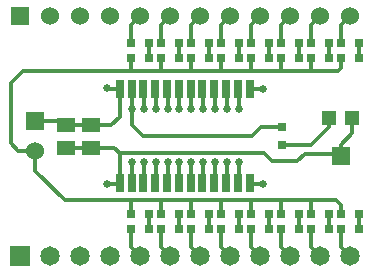
<source format=gtl>
G04 (created by PCBNEW (2013-01-19 BZR 3914)-testing) date Mon 21 Jan 2013 12:09:15 PM CET*
%MOIN*%
G04 Gerber Fmt 3.4, Leading zero omitted, Abs format*
%FSLAX34Y34*%
G01*
G70*
G90*
G04 APERTURE LIST*
%ADD10C,2.3622e-06*%
%ADD11R,0.06X0.06*%
%ADD12C,0.06*%
%ADD13R,0.059X0.0511*%
%ADD14R,0.065X0.065*%
%ADD15C,0.065*%
%ADD16R,0.0472X0.0472*%
%ADD17R,0.063X0.0591*%
%ADD18R,0.0256X0.063*%
%ADD19R,0.0314X0.0314*%
%ADD20C,0.025*%
%ADD21C,0.012*%
%ADD22C,0.016*%
G04 APERTURE END LIST*
G54D10*
G54D11*
X56025Y-44500D03*
G54D12*
X56025Y-45500D03*
G54D13*
X57875Y-44651D03*
X57875Y-45399D03*
G54D14*
X55500Y-49000D03*
G54D15*
X56500Y-49000D03*
X57500Y-49000D03*
X58500Y-49000D03*
X59500Y-49000D03*
X60500Y-49000D03*
X61500Y-49000D03*
X62500Y-49000D03*
X63500Y-49000D03*
X64500Y-49000D03*
X65500Y-49000D03*
X66500Y-49000D03*
G54D16*
X66594Y-44391D03*
X65806Y-44391D03*
G54D17*
X66200Y-45671D03*
G54D18*
X58835Y-46575D03*
X59228Y-46575D03*
X59622Y-46575D03*
X60016Y-46575D03*
X60409Y-46575D03*
X60803Y-46575D03*
X61197Y-46575D03*
X61591Y-46575D03*
X61984Y-46575D03*
X62378Y-46575D03*
X62772Y-46575D03*
X63165Y-46575D03*
X63165Y-43425D03*
X62772Y-43425D03*
X62378Y-43425D03*
X61984Y-43425D03*
X61591Y-43425D03*
X61197Y-43425D03*
X60803Y-43425D03*
X60409Y-43425D03*
X60016Y-43425D03*
X59622Y-43425D03*
X59228Y-43425D03*
X58835Y-43425D03*
G54D13*
X57050Y-44651D03*
X57050Y-45399D03*
G54D11*
X55500Y-41000D03*
G54D12*
X56500Y-41000D03*
X57500Y-41000D03*
X58500Y-41000D03*
X59500Y-41000D03*
X60500Y-41000D03*
X61500Y-41000D03*
X62500Y-41000D03*
X63500Y-41000D03*
X64500Y-41000D03*
X65500Y-41000D03*
X66500Y-41000D03*
G54D19*
X64795Y-48100D03*
X64205Y-48100D03*
X63795Y-48100D03*
X63205Y-48100D03*
X65795Y-48100D03*
X65205Y-48100D03*
X62795Y-48100D03*
X62205Y-48100D03*
X61795Y-48100D03*
X61205Y-48100D03*
X60795Y-48100D03*
X60205Y-48100D03*
X59795Y-48100D03*
X59205Y-48100D03*
X66795Y-48100D03*
X66205Y-48100D03*
X66795Y-41900D03*
X66205Y-41900D03*
X65795Y-41900D03*
X65205Y-41900D03*
X64795Y-41900D03*
X64205Y-41900D03*
X63795Y-41900D03*
X63205Y-41900D03*
X60795Y-41900D03*
X60205Y-41900D03*
X59795Y-41900D03*
X59205Y-41900D03*
X62795Y-41900D03*
X62205Y-41900D03*
X61795Y-41900D03*
X61205Y-41900D03*
X59205Y-42400D03*
X59795Y-42400D03*
X60205Y-42400D03*
X60795Y-42400D03*
X66205Y-42400D03*
X66795Y-42400D03*
X64250Y-44705D03*
X64250Y-45295D03*
X65205Y-42400D03*
X65795Y-42400D03*
X63205Y-42400D03*
X63795Y-42400D03*
X64205Y-42400D03*
X64795Y-42400D03*
X62205Y-42400D03*
X62795Y-42400D03*
X61205Y-42400D03*
X61795Y-42400D03*
X66205Y-47600D03*
X66795Y-47600D03*
X65205Y-47600D03*
X65795Y-47600D03*
X64205Y-47600D03*
X64795Y-47600D03*
X63205Y-47600D03*
X63795Y-47600D03*
X61205Y-47600D03*
X61795Y-47600D03*
X62205Y-47600D03*
X62795Y-47600D03*
X60205Y-47600D03*
X60795Y-47600D03*
X59205Y-47600D03*
X59795Y-47600D03*
G54D20*
X59645Y-45866D03*
X60039Y-44094D03*
X60039Y-45866D03*
X60433Y-45866D03*
X60826Y-45866D03*
X62401Y-44094D03*
X62007Y-44094D03*
X61614Y-44094D03*
X61220Y-44094D03*
X60826Y-44094D03*
X60433Y-44094D03*
X61220Y-45866D03*
X61614Y-45866D03*
X62007Y-45866D03*
X62401Y-45866D03*
X62795Y-45866D03*
X63622Y-46614D03*
X63600Y-43450D03*
X62795Y-44094D03*
X59251Y-44094D03*
X59251Y-45866D03*
X59645Y-44094D03*
X58425Y-46614D03*
X58400Y-43400D03*
G54D21*
X59622Y-46575D02*
X59645Y-46551D01*
X59645Y-46551D02*
X59645Y-45866D01*
X60016Y-43425D02*
X60039Y-43448D01*
X60039Y-43448D02*
X60039Y-44094D01*
X60016Y-46575D02*
X60039Y-46551D01*
X60039Y-46551D02*
X60039Y-45866D01*
X60409Y-46575D02*
X60433Y-46550D01*
X60433Y-46550D02*
X60433Y-45866D01*
X59205Y-48100D02*
X59205Y-48705D01*
X59205Y-48705D02*
X59500Y-49000D01*
X60803Y-46575D02*
X60826Y-46551D01*
X60826Y-46551D02*
X60826Y-45866D01*
X60205Y-48100D02*
X60205Y-48705D01*
X60205Y-48705D02*
X60500Y-49000D01*
X62378Y-43425D02*
X62401Y-43448D01*
X62401Y-43448D02*
X62401Y-44094D01*
X64205Y-41900D02*
X64205Y-41295D01*
X64205Y-41295D02*
X64500Y-41000D01*
X61984Y-43425D02*
X62007Y-43448D01*
X62007Y-43448D02*
X62007Y-44094D01*
X63205Y-41900D02*
X63205Y-41295D01*
X63205Y-41295D02*
X63500Y-41000D01*
X61591Y-43425D02*
X61614Y-43448D01*
X61614Y-43448D02*
X61614Y-44094D01*
X62205Y-41900D02*
X62205Y-41295D01*
X62205Y-41295D02*
X62500Y-41000D01*
X61197Y-43425D02*
X61220Y-43448D01*
X61220Y-43448D02*
X61220Y-44094D01*
X61205Y-41900D02*
X61205Y-41295D01*
X61205Y-41295D02*
X61500Y-41000D01*
X60803Y-43425D02*
X60826Y-43448D01*
X60826Y-43448D02*
X60826Y-44094D01*
X60205Y-41900D02*
X60205Y-41295D01*
X60205Y-41295D02*
X60500Y-41000D01*
X60409Y-43425D02*
X60433Y-43449D01*
X60433Y-43449D02*
X60433Y-44094D01*
X59205Y-41900D02*
X59205Y-41295D01*
X59205Y-41295D02*
X59500Y-41000D01*
X61197Y-46575D02*
X61220Y-46551D01*
X61220Y-46551D02*
X61220Y-45866D01*
X61205Y-48100D02*
X61205Y-48705D01*
X61205Y-48705D02*
X61500Y-49000D01*
X61591Y-46575D02*
X61614Y-46551D01*
X61614Y-46551D02*
X61614Y-45866D01*
X62205Y-48100D02*
X62205Y-48705D01*
X62205Y-48705D02*
X62500Y-49000D01*
X61984Y-46575D02*
X62007Y-46551D01*
X62007Y-46551D02*
X62007Y-45866D01*
X63205Y-48100D02*
X63205Y-48705D01*
X63205Y-48705D02*
X63500Y-49000D01*
X62378Y-46575D02*
X62401Y-46551D01*
X62401Y-46551D02*
X62401Y-45866D01*
X64205Y-48100D02*
X64205Y-48705D01*
X64205Y-48705D02*
X64500Y-49000D01*
X62772Y-46575D02*
X62795Y-46551D01*
X62795Y-46551D02*
X62795Y-45866D01*
X65205Y-48100D02*
X65205Y-48705D01*
X65205Y-48705D02*
X65500Y-49000D01*
X63165Y-46575D02*
X63204Y-46614D01*
X63204Y-46614D02*
X63622Y-46614D01*
X66205Y-48100D02*
X66205Y-48705D01*
X66205Y-48705D02*
X66500Y-49000D01*
X63165Y-43425D02*
X63190Y-43450D01*
X63190Y-43450D02*
X63600Y-43450D01*
X66205Y-41900D02*
X66205Y-41295D01*
X66205Y-41295D02*
X66500Y-41000D01*
X62772Y-43425D02*
X62795Y-43448D01*
X62795Y-43448D02*
X62795Y-44094D01*
X65205Y-41900D02*
X65205Y-41295D01*
X65205Y-41295D02*
X65500Y-41000D01*
X64250Y-44705D02*
X63545Y-44705D01*
X59251Y-44651D02*
X59251Y-44094D01*
X59600Y-45000D02*
X59251Y-44651D01*
X63250Y-45000D02*
X59600Y-45000D01*
X63545Y-44705D02*
X63250Y-45000D01*
X59228Y-43425D02*
X59251Y-43448D01*
X59251Y-43448D02*
X59251Y-44094D01*
X59228Y-46575D02*
X59251Y-46551D01*
X59251Y-46551D02*
X59251Y-45866D01*
X59622Y-43425D02*
X59645Y-43448D01*
X59645Y-43448D02*
X59645Y-44094D01*
X58835Y-45585D02*
X63635Y-45585D01*
X64750Y-45850D02*
X65000Y-45600D01*
X65000Y-45600D02*
X66129Y-45600D01*
X66129Y-45600D02*
X66200Y-45671D01*
X63900Y-45850D02*
X64750Y-45850D01*
X63635Y-45585D02*
X63900Y-45850D01*
X57875Y-45399D02*
X58649Y-45399D01*
X58835Y-45585D02*
X58835Y-46575D01*
X58649Y-45399D02*
X58835Y-45585D01*
X58835Y-46575D02*
X58795Y-46614D01*
X58795Y-46614D02*
X58425Y-46614D01*
X66200Y-45671D02*
X66200Y-45300D01*
X66200Y-45300D02*
X66594Y-44906D01*
X66594Y-44906D02*
X66594Y-44391D01*
G54D22*
X58835Y-46575D02*
X58834Y-46574D01*
G54D21*
X57050Y-45399D02*
X57875Y-45399D01*
X61795Y-47600D02*
X61795Y-48100D01*
X62795Y-47600D02*
X62795Y-48100D01*
X63795Y-48100D02*
X63795Y-47600D01*
X64795Y-48100D02*
X64795Y-47600D01*
X65795Y-48100D02*
X65795Y-47600D01*
X66795Y-48100D02*
X66795Y-47600D01*
X64795Y-42400D02*
X64795Y-41900D01*
X62795Y-42400D02*
X62795Y-41900D01*
X61795Y-42400D02*
X61795Y-41900D01*
X60795Y-42400D02*
X60795Y-41900D01*
X59795Y-42400D02*
X59795Y-41900D01*
X65205Y-42400D02*
X65205Y-42850D01*
X65205Y-42850D02*
X65200Y-42850D01*
X64205Y-42400D02*
X64205Y-42850D01*
X64205Y-42850D02*
X64200Y-42850D01*
X63205Y-42400D02*
X63205Y-42850D01*
X63200Y-42800D02*
X63200Y-42850D01*
X63200Y-42845D02*
X63200Y-42800D01*
X63205Y-42850D02*
X63200Y-42845D01*
X62205Y-42400D02*
X62205Y-42850D01*
X62205Y-42850D02*
X62200Y-42850D01*
X61205Y-42400D02*
X61205Y-42850D01*
X61205Y-42850D02*
X61200Y-42850D01*
X60205Y-42400D02*
X60205Y-42850D01*
X60205Y-42850D02*
X60150Y-42850D01*
X59205Y-42400D02*
X59205Y-42850D01*
X59200Y-42800D02*
X59200Y-42850D01*
X59200Y-42845D02*
X59200Y-42800D01*
X59205Y-42850D02*
X59200Y-42845D01*
X66050Y-42850D02*
X66100Y-42850D01*
X55450Y-45500D02*
X55200Y-45250D01*
X55200Y-45250D02*
X55200Y-43250D01*
X55200Y-43250D02*
X55600Y-42850D01*
X55600Y-42850D02*
X59200Y-42850D01*
X59200Y-42850D02*
X60150Y-42850D01*
X60150Y-42850D02*
X61200Y-42850D01*
X61200Y-42850D02*
X62200Y-42850D01*
X62200Y-42850D02*
X63200Y-42850D01*
X63200Y-42850D02*
X64200Y-42850D01*
X64200Y-42850D02*
X65200Y-42850D01*
X65200Y-42850D02*
X66050Y-42850D01*
X56025Y-45500D02*
X55450Y-45500D01*
X66205Y-42745D02*
X66205Y-42400D01*
X66100Y-42850D02*
X66205Y-42745D01*
X59205Y-47600D02*
X59205Y-47150D01*
X59200Y-47200D02*
X59200Y-47150D01*
X59200Y-47155D02*
X59200Y-47200D01*
X59205Y-47150D02*
X59200Y-47155D01*
X60205Y-47600D02*
X60205Y-47150D01*
X60205Y-47150D02*
X60250Y-47150D01*
X61205Y-47600D02*
X61205Y-47150D01*
X61205Y-47150D02*
X61200Y-47150D01*
X62205Y-47600D02*
X62205Y-47150D01*
X62205Y-47150D02*
X62200Y-47150D01*
X63205Y-47600D02*
X63205Y-47150D01*
X63205Y-47150D02*
X63200Y-47150D01*
X64205Y-47600D02*
X64205Y-47150D01*
X64205Y-47150D02*
X64200Y-47150D01*
X65205Y-47600D02*
X65205Y-47150D01*
X65205Y-47150D02*
X65200Y-47150D01*
X56025Y-45500D02*
X56025Y-46175D01*
X66205Y-47305D02*
X66205Y-47600D01*
X66050Y-47150D02*
X66205Y-47305D01*
X57000Y-47150D02*
X59200Y-47150D01*
X59200Y-47150D02*
X60250Y-47150D01*
X60250Y-47150D02*
X61200Y-47150D01*
X61200Y-47150D02*
X62200Y-47150D01*
X62200Y-47150D02*
X63200Y-47150D01*
X63200Y-47150D02*
X64200Y-47150D01*
X64200Y-47150D02*
X65200Y-47150D01*
X65200Y-47150D02*
X66050Y-47150D01*
X56025Y-46175D02*
X57000Y-47150D01*
X56025Y-45500D02*
X56025Y-45575D01*
X65806Y-44391D02*
X65806Y-44694D01*
X65205Y-45295D02*
X64250Y-45295D01*
X65806Y-44694D02*
X65205Y-45295D01*
X66795Y-42400D02*
X66795Y-41900D01*
X65795Y-42400D02*
X65795Y-41900D01*
X63795Y-42400D02*
X63795Y-41900D01*
X59795Y-47600D02*
X59795Y-48100D01*
X60795Y-47600D02*
X60795Y-48100D01*
X57875Y-44651D02*
X58549Y-44651D01*
X58549Y-44651D02*
X58835Y-44365D01*
X58835Y-44365D02*
X58835Y-43425D01*
X57050Y-44651D02*
X57875Y-44651D01*
X58835Y-43425D02*
X58425Y-43425D01*
X58425Y-43425D02*
X58400Y-43400D01*
X56025Y-44500D02*
X56904Y-44505D01*
X56904Y-44505D02*
X57050Y-44651D01*
M02*

</source>
